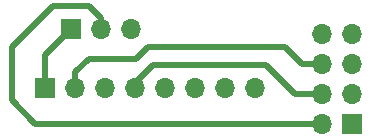
<source format=gbr>
%TF.GenerationSoftware,KiCad,Pcbnew,8.0.3*%
%TF.CreationDate,2024-08-13T18:57:39+02:00*%
%TF.ProjectId,SD cc1101 def,53442063-6331-4313-9031-206465662e6b,rev?*%
%TF.SameCoordinates,Original*%
%TF.FileFunction,Copper,L1,Top*%
%TF.FilePolarity,Positive*%
%FSLAX46Y46*%
G04 Gerber Fmt 4.6, Leading zero omitted, Abs format (unit mm)*
G04 Created by KiCad (PCBNEW 8.0.3) date 2024-08-13 18:57:39*
%MOMM*%
%LPD*%
G01*
G04 APERTURE LIST*
%TA.AperFunction,ComponentPad*%
%ADD10R,1.700000X1.700000*%
%TD*%
%TA.AperFunction,ComponentPad*%
%ADD11O,1.700000X1.700000*%
%TD*%
%TA.AperFunction,Conductor*%
%ADD12C,0.500000*%
%TD*%
%TA.AperFunction,Conductor*%
%ADD13C,0.200000*%
%TD*%
G04 APERTURE END LIST*
D10*
%TO.P,REF\u002A\u002A,1*%
%TO.N,N/C*%
X196475000Y-71500000D03*
D11*
%TO.P,REF\u002A\u002A,2*%
X199015000Y-71500000D03*
%TO.P,REF\u002A\u002A,3*%
X201555000Y-71500000D03*
%TD*%
D10*
%TO.P,REF\u002A\u002A,1*%
%TO.N,N/C*%
X220275000Y-79500000D03*
D11*
%TO.P,REF\u002A\u002A,2*%
X217735000Y-79500000D03*
%TO.P,REF\u002A\u002A,3*%
X220275000Y-76960000D03*
%TO.P,REF\u002A\u002A,4*%
X217735000Y-76960000D03*
%TO.P,REF\u002A\u002A,5*%
X220275000Y-74420000D03*
%TO.P,REF\u002A\u002A,6*%
X217735000Y-74420000D03*
%TO.P,REF\u002A\u002A,7*%
X220275000Y-71880000D03*
%TO.P,REF\u002A\u002A,8*%
X217735000Y-71880000D03*
%TD*%
D10*
%TO.P,REF\u002A\u002A,1*%
%TO.N,N/C*%
X194300000Y-76500000D03*
D11*
%TO.P,REF\u002A\u002A,2*%
X196840000Y-76500000D03*
%TO.P,REF\u002A\u002A,3*%
X199380000Y-76500000D03*
%TO.P,REF\u002A\u002A,4*%
X201920000Y-76500000D03*
%TO.P,REF\u002A\u002A,5*%
X204460000Y-76500000D03*
%TO.P,REF\u002A\u002A,6*%
X207000000Y-76500000D03*
%TO.P,REF\u002A\u002A,7*%
X209540000Y-76500000D03*
%TO.P,REF\u002A\u002A,8*%
X212080000Y-76500000D03*
%TD*%
D12*
%TO.N,*%
X213000000Y-74500000D02*
X215460000Y-76960000D01*
X203460000Y-74500000D02*
X213000000Y-74500000D01*
X215460000Y-76960000D02*
X217735000Y-76960000D01*
X201920000Y-76040000D02*
X203460000Y-74500000D01*
X201920000Y-76500000D02*
X201920000Y-76040000D01*
X214657500Y-73000000D02*
X216077500Y-74420000D01*
X216077500Y-74420000D02*
X217735000Y-74420000D01*
X203000000Y-73000000D02*
X214657500Y-73000000D01*
X202000000Y-74000000D02*
X203000000Y-73000000D01*
X196840000Y-75160000D02*
X198000000Y-74000000D01*
X198000000Y-74000000D02*
X202000000Y-74000000D01*
X196840000Y-76500000D02*
X196840000Y-75160000D01*
X193500000Y-79500000D02*
X217735000Y-79500000D01*
X191500000Y-77500000D02*
X193500000Y-79500000D01*
X195000000Y-69500000D02*
X191500000Y-73000000D01*
X191500000Y-73000000D02*
X191500000Y-77500000D01*
X197000000Y-69500000D02*
X195000000Y-69500000D01*
X198000000Y-69500000D02*
X197015000Y-69500000D01*
X199015000Y-70515000D02*
X198000000Y-69500000D01*
X199015000Y-71500000D02*
X199015000Y-70515000D01*
D13*
X197015000Y-69500000D02*
X197000000Y-69500000D01*
D12*
X194300000Y-76500000D02*
X194300000Y-73675000D01*
X194300000Y-73675000D02*
X196475000Y-71500000D01*
%TD*%
M02*

</source>
